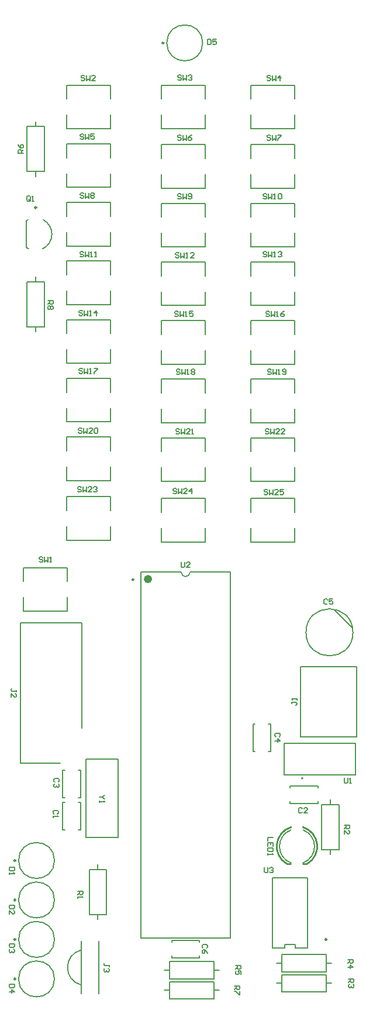
<source format=gto>
G04*
G04 #@! TF.GenerationSoftware,Altium Limited,Altium Designer,24.7.2 (38)*
G04*
G04 Layer_Color=65535*
%FSLAX25Y25*%
%MOIN*%
G70*
G04*
G04 #@! TF.SameCoordinates,CC8A6A43-B504-4C59-8E3F-8C83A17D3AF1*
G04*
G04*
G04 #@! TF.FilePolarity,Positive*
G04*
G01*
G75*
%ADD10C,0.00787*%
%ADD11C,0.00984*%
%ADD12C,0.02362*%
%ADD13C,0.00500*%
%ADD14C,0.00591*%
%ADD15C,0.00600*%
%ADD16C,0.01000*%
%ADD17C,0.00700*%
D10*
X101000Y247331D02*
G03*
X106000Y247331I2500J0D01*
G01*
X13671Y448177D02*
G03*
X12744Y447614I4329J-8177D01*
G01*
Y432386D02*
G03*
X14087Y431616I5256J7614D01*
G01*
X21914Y431617D02*
G03*
X22331Y448176I-3914J8383D01*
G01*
X170354Y129858D02*
G03*
X170354Y129858I-394J0D01*
G01*
X78106Y38669D02*
Y247331D01*
X128894Y38669D02*
Y247331D01*
X78106D02*
X101000D01*
X106000D02*
X128894D01*
X78106Y38669D02*
X128894D01*
X95626Y27382D02*
X111374D01*
X95626Y36339D02*
Y37618D01*
Y27382D02*
Y28661D01*
Y37618D02*
X111374D01*
Y36339D02*
Y37618D01*
Y27382D02*
Y28661D01*
X119795Y9000D02*
X122650D01*
X91350D02*
X94205D01*
Y4079D02*
Y13921D01*
Y4079D02*
X119795D01*
Y13921D01*
X94205D02*
X119795D01*
X91350Y20500D02*
X94205D01*
X119795D02*
X122650D01*
X119795Y15579D02*
Y25421D01*
X94205D02*
X119795D01*
X94205Y15579D02*
Y25421D01*
Y15579D02*
X119795D01*
X173063Y33000D02*
Y73000D01*
X152937D02*
X173063D01*
X152937Y33000D02*
Y73000D01*
Y33000D02*
X160125D01*
Y34969D01*
X165875D01*
Y33000D02*
Y34969D01*
Y33000D02*
X173063D01*
X158205Y19579D02*
X183795D01*
X158205D02*
Y29421D01*
X183795D01*
Y19579D02*
Y29421D01*
Y24500D02*
X186650D01*
X155350D02*
X158205D01*
X89742Y281527D02*
Y289402D01*
Y264598D02*
Y272472D01*
Y264598D02*
X114546D01*
Y281527D02*
Y289402D01*
Y264598D02*
Y272472D01*
X89742Y289402D02*
X114546D01*
X155350Y13000D02*
X158205D01*
X183795D02*
X186650D01*
X183795Y8079D02*
Y17921D01*
X158205D02*
X183795D01*
X158205Y8079D02*
Y17921D01*
Y8079D02*
X183795D01*
X89742Y323902D02*
X114546D01*
Y299098D02*
Y306973D01*
Y316028D02*
Y323902D01*
X89742Y299098D02*
X114546D01*
X89742D02*
Y306973D01*
Y316028D02*
Y323902D01*
Y357318D02*
X114546D01*
Y332515D02*
Y340389D01*
Y349444D02*
Y357318D01*
X89742Y332515D02*
X114546D01*
X89742D02*
Y340389D01*
Y349444D02*
Y357318D01*
Y390735D02*
X114546D01*
Y365932D02*
Y373806D01*
Y382861D02*
Y390735D01*
X89742Y365932D02*
X114546D01*
X89742D02*
Y373806D01*
Y382861D02*
Y390735D01*
X35756Y333015D02*
X60559D01*
X35756Y349944D02*
Y357818D01*
Y333015D02*
Y340889D01*
Y357818D02*
X60559D01*
Y349944D02*
Y357818D01*
Y333015D02*
Y340889D01*
X188443Y225687D02*
X198187Y215943D01*
X12744Y432386D02*
Y447614D01*
X22921Y387205D02*
Y412795D01*
X13079Y387205D02*
X22921D01*
X13079D02*
Y412795D01*
X22921D01*
X18000D02*
Y415650D01*
Y384350D02*
Y387205D01*
X9500Y138500D02*
X32000D01*
X9500D02*
Y218500D01*
X44500D01*
Y158500D02*
Y218500D01*
X181079Y89205D02*
Y114795D01*
X190921D01*
Y89205D02*
Y114795D01*
X181079Y89205D02*
X190921D01*
X186000Y86351D02*
Y89205D01*
Y114795D02*
Y117650D01*
X58421Y52205D02*
Y77795D01*
X48579Y52205D02*
X58421D01*
X48579D02*
Y77795D01*
X58421D01*
X53500D02*
Y80650D01*
Y49351D02*
Y52205D01*
X13079Y475705D02*
Y501295D01*
X22921D01*
Y475705D02*
Y501295D01*
X13079Y475705D02*
X22921D01*
X18000Y472850D02*
Y475705D01*
Y501295D02*
Y504149D01*
X60559Y466682D02*
Y474556D01*
Y483611D02*
Y491485D01*
X35756D02*
X60559D01*
X35756Y466682D02*
Y474556D01*
Y483611D02*
Y491485D01*
Y466682D02*
X60559D01*
X89742Y449694D02*
Y457568D01*
Y432765D02*
Y440639D01*
Y432765D02*
X114546D01*
Y449694D02*
Y457568D01*
Y432765D02*
Y440639D01*
X89742Y457568D02*
X114546D01*
X60559Y399849D02*
Y407723D01*
Y416778D02*
Y424652D01*
X35756D02*
X60559D01*
X35756Y399849D02*
Y407723D01*
Y416778D02*
Y424652D01*
Y399849D02*
X60559D01*
X89742Y483111D02*
Y490985D01*
Y466182D02*
Y474056D01*
Y466182D02*
X114545D01*
Y483111D02*
Y490985D01*
Y466182D02*
Y474056D01*
X89742Y490985D02*
X114545D01*
X60559Y433265D02*
Y441139D01*
Y450194D02*
Y458068D01*
X35756D02*
X60559D01*
X35756Y433265D02*
Y441139D01*
Y450194D02*
Y458068D01*
Y433265D02*
X60559D01*
X140835Y382861D02*
Y390735D01*
Y365932D02*
Y373806D01*
Y365932D02*
X165638D01*
Y382861D02*
Y390735D01*
Y365932D02*
Y373806D01*
X140835Y390735D02*
X165638D01*
X140835Y449694D02*
Y457568D01*
Y432765D02*
Y440639D01*
Y432765D02*
X165638D01*
Y449694D02*
Y457568D01*
Y432765D02*
Y440639D01*
X140835Y457568D02*
X165638D01*
X140835Y517028D02*
Y524902D01*
Y500099D02*
Y507972D01*
Y500099D02*
X165638D01*
Y517028D02*
Y524902D01*
Y500099D02*
Y507972D01*
X140835Y524902D02*
X165638D01*
X140835Y483111D02*
Y490985D01*
Y466182D02*
Y474056D01*
Y466182D02*
X165638D01*
Y483111D02*
Y490985D01*
Y466182D02*
Y474056D01*
X140835Y490985D02*
X165638D01*
X140835Y416278D02*
Y424152D01*
Y399348D02*
Y407222D01*
Y399348D02*
X165638D01*
Y416278D02*
Y424152D01*
Y399348D02*
Y407222D01*
X140835Y424152D02*
X165638D01*
X60559Y500099D02*
Y507972D01*
Y517028D02*
Y524902D01*
X35756D02*
X60559D01*
X35756Y500099D02*
Y507972D01*
Y517028D02*
Y524902D01*
Y500099D02*
X60559D01*
X89742Y416278D02*
Y424152D01*
Y399348D02*
Y407222D01*
Y399348D02*
X114546D01*
Y416278D02*
Y424152D01*
Y399348D02*
Y407222D01*
X89742Y424152D02*
X114546D01*
X60559Y299599D02*
Y307472D01*
Y316528D02*
Y324402D01*
X35756D02*
X60559D01*
X35756Y299599D02*
Y307472D01*
Y316528D02*
Y324402D01*
Y299599D02*
X60559D01*
X89742Y517028D02*
Y524902D01*
Y500099D02*
Y507972D01*
Y500099D02*
X114546D01*
Y517028D02*
Y524902D01*
Y500099D02*
Y507972D01*
X89742Y524902D02*
X114546D01*
X60559Y366432D02*
Y374306D01*
Y383361D02*
Y391235D01*
X35756D02*
X60559D01*
X35756Y366432D02*
Y374306D01*
Y383361D02*
Y391235D01*
Y366432D02*
X60559D01*
X140835Y316028D02*
Y323902D01*
Y299098D02*
Y306973D01*
Y299098D02*
X165638D01*
Y316028D02*
Y323902D01*
Y299098D02*
Y306973D01*
X140835Y323902D02*
X165638D01*
X140835Y357318D02*
X165638D01*
Y332515D02*
Y340389D01*
Y349444D02*
Y357318D01*
X140835Y332515D02*
X165638D01*
X140835D02*
Y340389D01*
Y349444D02*
Y357318D01*
Y289402D02*
X165638D01*
Y264598D02*
Y272472D01*
Y281527D02*
Y289402D01*
X140835Y264598D02*
X165638D01*
X140835D02*
Y272472D01*
Y281527D02*
Y289402D01*
X35756Y265599D02*
X60559D01*
X35756Y282527D02*
Y290402D01*
Y265599D02*
Y273472D01*
Y290402D02*
X60559D01*
Y282527D02*
Y290402D01*
Y265599D02*
Y273472D01*
X169056Y153500D02*
Y193500D01*
X200945Y153500D02*
Y193500D01*
X169056Y153500D02*
X200945D01*
X169056Y193500D02*
X200945D01*
X11098Y242028D02*
Y249902D01*
Y225098D02*
Y232973D01*
Y225098D02*
X35901D01*
Y242028D02*
Y249902D01*
Y225098D02*
Y232973D01*
X11098Y249902D02*
X35901D01*
X33382Y118760D02*
X34661D01*
X42338D02*
X43618D01*
Y134508D01*
X33382D02*
X34661D01*
X42338D02*
X43618D01*
X33382Y118760D02*
Y134508D01*
X65153Y96264D02*
Y140949D01*
X46847Y96264D02*
X65153D01*
X46847D02*
Y140949D01*
X65153D01*
X141882Y145205D02*
X143161D01*
X150838D02*
X152118D01*
Y160953D01*
X141882D02*
X143161D01*
X150838D02*
X152118D01*
X141882Y145205D02*
Y160953D01*
X163126Y115382D02*
X178874D01*
X163126Y124339D02*
Y125618D01*
Y115382D02*
Y116662D01*
Y125618D02*
X178874D01*
Y124339D02*
Y125618D01*
Y115382D02*
Y116662D01*
X43618Y100326D02*
Y116074D01*
X33382Y100326D02*
X34661D01*
X42338D02*
X43618D01*
X33382D02*
Y116074D01*
X34661D01*
X42338D02*
X43618D01*
D11*
X73992Y243118D02*
G03*
X73992Y243118I-492J0D01*
G01*
X184012Y38000D02*
G03*
X184012Y38000I-492J0D01*
G01*
X6591Y83000D02*
G03*
X6591Y83000I-492J0D01*
G01*
Y60500D02*
G03*
X6591Y60500I-492J0D01*
G01*
Y38000D02*
G03*
X6591Y38000I-492J0D01*
G01*
Y15500D02*
G03*
X6591Y15500I-492J0D01*
G01*
X18492Y455158D02*
G03*
X18492Y455158I-492J0D01*
G01*
X91091Y549000D02*
G03*
X91091Y549000I-492J0D01*
G01*
D12*
X83224Y243394D02*
G03*
X83224Y243394I-1181J0D01*
G01*
D13*
X44006Y32002D02*
G03*
X44006Y11998I2494J-10002D01*
G01*
X44000Y32000D02*
Y37000D01*
Y7000D02*
Y12000D01*
X54000Y7000D02*
Y37000D01*
X44000Y12000D02*
Y32000D01*
X159528Y131650D02*
X200472D01*
Y149760D01*
X159528D02*
X200472D01*
X159528Y131650D02*
Y149760D01*
D14*
X198906Y213020D02*
G03*
X198906Y213020I-13386J0D01*
G01*
X28736Y83000D02*
G03*
X28736Y83000I-10236J0D01*
G01*
Y60500D02*
G03*
X28736Y60500I-10236J0D01*
G01*
Y38000D02*
G03*
X28736Y38000I-10236J0D01*
G01*
Y15500D02*
G03*
X28736Y15500I-10236J0D01*
G01*
X113236Y549000D02*
G03*
X113236Y549000I-10236J0D01*
G01*
D15*
X163581Y100393D02*
G03*
X163581Y81607I3419J-9393D01*
G01*
X170419D02*
G03*
X170419Y100393I-3419J9393D01*
G01*
D16*
X172756Y81032D02*
G03*
X170366Y102007I-5755J9968D01*
G01*
X163634Y102011D02*
G03*
X161244Y81029I3366J-11011D01*
G01*
X170500Y81000D02*
X172700D01*
X161300D02*
X163500D01*
D17*
X101001Y252999D02*
Y250500D01*
X101501Y250001D01*
X102500D01*
X103000Y250500D01*
Y252999D01*
X105999Y250001D02*
X104000D01*
X105999Y252000D01*
Y252500D01*
X105499Y252999D01*
X104500D01*
X104000Y252500D01*
X115500Y33000D02*
X115999Y33500D01*
Y34499D01*
X115500Y34999D01*
X113500D01*
X113001Y34499D01*
Y33500D01*
X113500Y33000D01*
X115999Y30001D02*
X115500Y31001D01*
X114500Y32000D01*
X113500D01*
X113001Y31500D01*
Y30501D01*
X113500Y30001D01*
X114000D01*
X114500Y30501D01*
Y32000D01*
X131500Y11499D02*
X134500D01*
Y10000D01*
X134000Y9500D01*
X133000D01*
X132500Y10000D01*
Y11499D01*
Y10499D02*
X131500Y9500D01*
X134500Y8500D02*
Y6501D01*
X134000D01*
X132000Y8500D01*
X131500D01*
X132001Y22999D02*
X135000D01*
Y21500D01*
X134500Y21000D01*
X133500D01*
X133000Y21500D01*
Y22999D01*
Y22000D02*
X132001Y21000D01*
X135000Y18001D02*
Y20000D01*
X133500D01*
X134000Y19001D01*
Y18501D01*
X133500Y18001D01*
X132500D01*
X132001Y18501D01*
Y19500D01*
X132500Y20000D01*
X184500Y231500D02*
X184000Y231999D01*
X183001D01*
X182501Y231500D01*
Y229500D01*
X183001Y229000D01*
X184000D01*
X184500Y229500D01*
X187499Y231999D02*
X185500D01*
Y230500D01*
X186500Y231000D01*
X186999D01*
X187499Y230500D01*
Y229500D01*
X186999Y229000D01*
X186000D01*
X185500Y229500D01*
X46001Y530000D02*
X45501Y530500D01*
X44501D01*
X44001Y530000D01*
Y529500D01*
X44501Y529000D01*
X45501D01*
X46001Y528500D01*
Y528000D01*
X45501Y527500D01*
X44501D01*
X44001Y528000D01*
X47000Y530500D02*
Y527500D01*
X48000Y528500D01*
X49000Y527500D01*
Y530500D01*
X51999Y527500D02*
X49999D01*
X51999Y529500D01*
Y530000D01*
X51499Y530500D01*
X50499D01*
X49999Y530000D01*
X60000Y22500D02*
Y23499D01*
Y23000D01*
X57500D01*
X57000Y23499D01*
Y23999D01*
X57500Y24499D01*
X59500Y21500D02*
X60000Y21000D01*
Y20001D01*
X59500Y19501D01*
X59000D01*
X58500Y20001D01*
Y20501D01*
Y20001D01*
X58000Y19501D01*
X57500D01*
X57000Y20001D01*
Y21000D01*
X57500Y21500D01*
X194000Y102999D02*
X197000D01*
Y101500D01*
X196500Y101000D01*
X195500D01*
X195000Y101500D01*
Y102999D01*
Y101999D02*
X194000Y101000D01*
Y98001D02*
Y100000D01*
X196000Y98001D01*
X196500D01*
X197000Y98501D01*
Y99500D01*
X196500Y100000D01*
X153499Y95998D02*
X150501D01*
Y93999D01*
X153499Y91000D02*
Y92999D01*
X150501D01*
Y91000D01*
X152000Y92999D02*
Y92000D01*
X153499Y90000D02*
X150501D01*
Y88501D01*
X151000Y88001D01*
X153000D01*
X153499Y88501D01*
Y90000D01*
X150501Y87001D02*
Y86002D01*
Y86501D01*
X153499D01*
X153000Y87001D01*
X150238Y294000D02*
X149738Y294499D01*
X148738D01*
X148238Y294000D01*
Y293500D01*
X148738Y293000D01*
X149738D01*
X150238Y292500D01*
Y292000D01*
X149738Y291500D01*
X148738D01*
X148238Y292000D01*
X151237Y294499D02*
Y291500D01*
X152237Y292500D01*
X153237Y291500D01*
Y294499D01*
X156236Y291500D02*
X154236D01*
X156236Y293500D01*
Y294000D01*
X155736Y294499D01*
X154736D01*
X154236Y294000D01*
X159235Y294499D02*
X157235D01*
Y293000D01*
X158235Y293500D01*
X158735D01*
X159235Y293000D01*
Y292000D01*
X158735Y291500D01*
X157735D01*
X157235Y292000D01*
X98501Y294500D02*
X98001Y295000D01*
X97002D01*
X96502Y294500D01*
Y294000D01*
X97002Y293500D01*
X98001D01*
X98501Y293000D01*
Y292500D01*
X98001Y292001D01*
X97002D01*
X96502Y292500D01*
X99501Y295000D02*
Y292001D01*
X100501Y293000D01*
X101500Y292001D01*
Y295000D01*
X104499Y292001D02*
X102500D01*
X104499Y294000D01*
Y294500D01*
X103999Y295000D01*
X103000D01*
X102500Y294500D01*
X106998Y292001D02*
Y295000D01*
X105499Y293500D01*
X107498D01*
X44001Y295500D02*
X43501Y296000D01*
X42502D01*
X42002Y295500D01*
Y295000D01*
X42502Y294500D01*
X43501D01*
X44001Y294000D01*
Y293500D01*
X43501Y293001D01*
X42502D01*
X42002Y293500D01*
X45001Y296000D02*
Y293001D01*
X46000Y294000D01*
X47000Y293001D01*
Y296000D01*
X49999Y293001D02*
X48000D01*
X49999Y295000D01*
Y295500D01*
X49499Y296000D01*
X48500D01*
X48000Y295500D01*
X50999D02*
X51499Y296000D01*
X52498D01*
X52998Y295500D01*
Y295000D01*
X52498Y294500D01*
X51999D01*
X52498D01*
X52998Y294000D01*
Y293500D01*
X52498Y293001D01*
X51499D01*
X50999Y293500D01*
X57499Y119999D02*
X57000D01*
X56000Y119000D01*
X57000Y118000D01*
X57499D01*
X56000Y119000D02*
X54501D01*
Y117000D02*
Y116001D01*
Y116500D01*
X57499D01*
X57000Y117000D01*
X148501Y79000D02*
Y76500D01*
X149001Y76000D01*
X150000D01*
X150500Y76500D01*
Y79000D01*
X151500Y78500D02*
X152000Y79000D01*
X152999D01*
X153499Y78500D01*
Y78000D01*
X152999Y77500D01*
X152499D01*
X152999D01*
X153499Y77000D01*
Y76500D01*
X152999Y76000D01*
X152000D01*
X151500Y76500D01*
X196001Y26499D02*
X199000D01*
Y25000D01*
X198500Y24500D01*
X197500D01*
X197000Y25000D01*
Y26499D01*
Y25499D02*
X196001Y24500D01*
Y22001D02*
X199000D01*
X197500Y23500D01*
Y21501D01*
X196501Y15499D02*
X199499D01*
Y14000D01*
X199000Y13500D01*
X198000D01*
X197500Y14000D01*
Y15499D01*
Y14500D02*
X196501Y13500D01*
X199000Y12500D02*
X199499Y12000D01*
Y11001D01*
X199000Y10501D01*
X198500D01*
X198000Y11001D01*
Y11501D01*
Y11001D01*
X197500Y10501D01*
X197000D01*
X196501Y11001D01*
Y12000D01*
X197000Y12500D01*
X25001Y401999D02*
X27999D01*
Y400500D01*
X27500Y400000D01*
X26500D01*
X26000Y400500D01*
Y401999D01*
Y400999D02*
X25001Y400000D01*
X27500Y399000D02*
X27999Y398500D01*
Y397501D01*
X27500Y397001D01*
X27000D01*
X26500Y397501D01*
X26000Y397001D01*
X25500D01*
X25001Y397501D01*
Y398500D01*
X25500Y399000D01*
X26000D01*
X26500Y398500D01*
X27000Y399000D01*
X27500D01*
X26500Y398500D02*
Y397501D01*
X42000Y65499D02*
X45000D01*
Y64000D01*
X44500Y63500D01*
X43500D01*
X43000Y64000D01*
Y65499D01*
Y64500D02*
X42000Y63500D01*
Y62500D02*
Y61501D01*
Y62001D01*
X45000D01*
X44500Y62500D01*
X14936Y459300D02*
Y461299D01*
X14436Y461799D01*
X13436D01*
X12936Y461299D01*
Y459300D01*
X13436Y458800D01*
X14436D01*
X13936Y459800D02*
X14936Y458800D01*
X14436D02*
X14936Y459300D01*
X15936Y458800D02*
X16935D01*
X16435D01*
Y461799D01*
X15936Y461299D01*
X7000Y179000D02*
Y179999D01*
Y179500D01*
X4500D01*
X4000Y179999D01*
Y180499D01*
X4500Y180999D01*
X4000Y176001D02*
Y178000D01*
X6000Y176001D01*
X6500D01*
X7000Y176501D01*
Y177500D01*
X6500Y178000D01*
X116001Y550999D02*
Y548000D01*
X117500D01*
X118000Y548500D01*
Y550500D01*
X117500Y550999D01*
X116001D01*
X120999D02*
X119000D01*
Y549500D01*
X120000Y550000D01*
X120499D01*
X120999Y549500D01*
Y548500D01*
X120499Y548000D01*
X119500D01*
X119000Y548500D01*
X11000Y486001D02*
X8000D01*
Y487500D01*
X8500Y488000D01*
X9500D01*
X10000Y487500D01*
Y486001D01*
Y487001D02*
X11000Y488000D01*
X8000Y490999D02*
X8500Y489999D01*
X9500Y489000D01*
X10500D01*
X11000Y489500D01*
Y490499D01*
X10500Y490999D01*
X10000D01*
X9500Y490499D01*
Y489000D01*
X5999Y12499D02*
X3001D01*
Y11000D01*
X3500Y10500D01*
X5500D01*
X5999Y11000D01*
Y12499D01*
X3001Y8001D02*
X5999D01*
X4500Y9500D01*
Y7501D01*
X5999Y35499D02*
X3001D01*
Y34000D01*
X3500Y33500D01*
X5500D01*
X5999Y34000D01*
Y35499D01*
X5500Y32500D02*
X5999Y32000D01*
Y31001D01*
X5500Y30501D01*
X5000D01*
X4500Y31001D01*
Y31501D01*
Y31001D01*
X4000Y30501D01*
X3500D01*
X3001Y31001D01*
Y32000D01*
X3500Y32500D01*
X5999Y57499D02*
X3001D01*
Y56000D01*
X3500Y55500D01*
X5500D01*
X5999Y56000D01*
Y57499D01*
X3001Y52501D02*
Y54500D01*
X5000Y52501D01*
X5500D01*
X5999Y53001D01*
Y54000D01*
X5500Y54500D01*
X5999Y78999D02*
X3001D01*
Y77500D01*
X3500Y77000D01*
X5500D01*
X5999Y77500D01*
Y78999D01*
X3001Y76000D02*
Y75001D01*
Y75501D01*
X5999D01*
X5500Y76000D01*
X194001Y129999D02*
Y127500D01*
X194501Y127000D01*
X195500D01*
X196000Y127500D01*
Y129999D01*
X197000Y127000D02*
X197999D01*
X197500D01*
Y129999D01*
X197000Y129500D01*
X157000Y153500D02*
X157500Y154000D01*
Y154999D01*
X157000Y155499D01*
X155000D01*
X154500Y154999D01*
Y154000D01*
X155000Y153500D01*
X154500Y151001D02*
X157500D01*
X156000Y152500D01*
Y150501D01*
X44501Y329000D02*
X44001Y329500D01*
X43002D01*
X42502Y329000D01*
Y328500D01*
X43002Y328000D01*
X44001D01*
X44501Y327500D01*
Y327000D01*
X44001Y326501D01*
X43002D01*
X42502Y327000D01*
X45501Y329500D02*
Y326501D01*
X46501Y327500D01*
X47500Y326501D01*
Y329500D01*
X50499Y326501D02*
X48500D01*
X50499Y328500D01*
Y329000D01*
X49999Y329500D01*
X49000D01*
X48500Y329000D01*
X51499D02*
X51999Y329500D01*
X52998D01*
X53498Y329000D01*
Y327000D01*
X52998Y326501D01*
X51999D01*
X51499Y327000D01*
Y329000D01*
X101145Y530157D02*
X100645Y530657D01*
X99645D01*
X99145Y530157D01*
Y529657D01*
X99645Y529157D01*
X100645D01*
X101145Y528658D01*
Y528158D01*
X100645Y527658D01*
X99645D01*
X99145Y528158D01*
X102144Y530657D02*
Y527658D01*
X103144Y528658D01*
X104144Y527658D01*
Y530657D01*
X105143Y530157D02*
X105643Y530657D01*
X106643D01*
X107143Y530157D01*
Y529657D01*
X106643Y529157D01*
X106143D01*
X106643D01*
X107143Y528658D01*
Y528158D01*
X106643Y527658D01*
X105643D01*
X105143Y528158D01*
X152251Y362500D02*
X151751Y363000D01*
X150751D01*
X150252Y362500D01*
Y362000D01*
X150751Y361500D01*
X151751D01*
X152251Y361000D01*
Y360500D01*
X151751Y360000D01*
X150751D01*
X150252Y360500D01*
X153251Y363000D02*
Y360000D01*
X154250Y361000D01*
X155250Y360000D01*
Y363000D01*
X156250Y360000D02*
X157249D01*
X156750D01*
Y363000D01*
X156250Y362500D01*
X158749Y360500D02*
X159249Y360000D01*
X160248D01*
X160748Y360500D01*
Y362500D01*
X160248Y363000D01*
X159249D01*
X158749Y362500D01*
Y362000D01*
X159249Y361500D01*
X160748D01*
X100251Y362500D02*
X99751Y363000D01*
X98751D01*
X98252Y362500D01*
Y362000D01*
X98751Y361500D01*
X99751D01*
X100251Y361000D01*
Y360500D01*
X99751Y360000D01*
X98751D01*
X98252Y360500D01*
X101251Y363000D02*
Y360000D01*
X102250Y361000D01*
X103250Y360000D01*
Y363000D01*
X104250Y360000D02*
X105249D01*
X104750D01*
Y363000D01*
X104250Y362500D01*
X106749D02*
X107249Y363000D01*
X108248D01*
X108748Y362500D01*
Y362000D01*
X108248Y361500D01*
X108748Y361000D01*
Y360500D01*
X108248Y360000D01*
X107249D01*
X106749Y360500D01*
Y361000D01*
X107249Y361500D01*
X106749Y362000D01*
Y362500D01*
X107249Y361500D02*
X108248D01*
X100001Y328500D02*
X99501Y328999D01*
X98501D01*
X98002Y328500D01*
Y328000D01*
X98501Y327500D01*
X99501D01*
X100001Y327000D01*
Y326500D01*
X99501Y326000D01*
X98501D01*
X98002Y326500D01*
X101001Y328999D02*
Y326000D01*
X102000Y327000D01*
X103000Y326000D01*
Y328999D01*
X105999Y326000D02*
X104000D01*
X105999Y328000D01*
Y328500D01*
X105499Y328999D01*
X104499D01*
X104000Y328500D01*
X106999Y326000D02*
X107998D01*
X107499D01*
Y328999D01*
X106999Y328500D01*
X152001Y530000D02*
X151501Y530500D01*
X150501D01*
X150001Y530000D01*
Y529500D01*
X150501Y529000D01*
X151501D01*
X152001Y528500D01*
Y528000D01*
X151501Y527500D01*
X150501D01*
X150001Y528000D01*
X153000Y530500D02*
Y527500D01*
X154000Y528500D01*
X155000Y527500D01*
Y530500D01*
X157499Y527500D02*
Y530500D01*
X155999Y529000D01*
X157999D01*
X44751Y363000D02*
X44251Y363499D01*
X43251D01*
X42752Y363000D01*
Y362500D01*
X43251Y362000D01*
X44251D01*
X44751Y361500D01*
Y361000D01*
X44251Y360501D01*
X43251D01*
X42752Y361000D01*
X45751Y363499D02*
Y360501D01*
X46750Y361500D01*
X47750Y360501D01*
Y363499D01*
X48750Y360501D02*
X49749D01*
X49250D01*
Y363499D01*
X48750Y363000D01*
X51249Y363499D02*
X53248D01*
Y363000D01*
X51249Y361000D01*
Y360501D01*
X151001Y328500D02*
X150501Y328999D01*
X149502D01*
X149002Y328500D01*
Y328000D01*
X149502Y327500D01*
X150501D01*
X151001Y327000D01*
Y326500D01*
X150501Y326000D01*
X149502D01*
X149002Y326500D01*
X152001Y328999D02*
Y326000D01*
X153000Y327000D01*
X154000Y326000D01*
Y328999D01*
X156999Y326000D02*
X155000D01*
X156999Y328000D01*
Y328500D01*
X156499Y328999D01*
X155500D01*
X155000Y328500D01*
X159998Y326000D02*
X157999D01*
X159998Y328000D01*
Y328500D01*
X159498Y328999D01*
X158499D01*
X157999Y328500D01*
X151251Y395500D02*
X150751Y396000D01*
X149751D01*
X149252Y395500D01*
Y395000D01*
X149751Y394500D01*
X150751D01*
X151251Y394000D01*
Y393500D01*
X150751Y393001D01*
X149751D01*
X149252Y393500D01*
X152251Y396000D02*
Y393001D01*
X153250Y394000D01*
X154250Y393001D01*
Y396000D01*
X155250Y393001D02*
X156249D01*
X155750D01*
Y396000D01*
X155250Y395500D01*
X159748Y396000D02*
X158749Y395500D01*
X157749Y394500D01*
Y393500D01*
X158249Y393001D01*
X159248D01*
X159748Y393500D01*
Y394000D01*
X159248Y394500D01*
X157749D01*
X44751Y396000D02*
X44251Y396499D01*
X43251D01*
X42752Y396000D01*
Y395500D01*
X43251Y395000D01*
X44251D01*
X44751Y394500D01*
Y394000D01*
X44251Y393500D01*
X43251D01*
X42752Y394000D01*
X45751Y396499D02*
Y393500D01*
X46750Y394500D01*
X47750Y393500D01*
Y396499D01*
X48750Y393500D02*
X49749D01*
X49250D01*
Y396499D01*
X48750Y396000D01*
X52749Y393500D02*
Y396499D01*
X51249Y395000D01*
X53248D01*
X149751Y429500D02*
X149251Y430000D01*
X148251D01*
X147752Y429500D01*
Y429000D01*
X148251Y428500D01*
X149251D01*
X149751Y428000D01*
Y427500D01*
X149251Y427001D01*
X148251D01*
X147752Y427500D01*
X150751Y430000D02*
Y427001D01*
X151750Y428000D01*
X152750Y427001D01*
Y430000D01*
X153750Y427001D02*
X154749D01*
X154250D01*
Y430000D01*
X153750Y429500D01*
X156249D02*
X156749Y430000D01*
X157748D01*
X158248Y429500D01*
Y429000D01*
X157748Y428500D01*
X157249D01*
X157748D01*
X158248Y428000D01*
Y427500D01*
X157748Y427001D01*
X156749D01*
X156249Y427500D01*
X99751Y429000D02*
X99251Y429499D01*
X98251D01*
X97752Y429000D01*
Y428500D01*
X98251Y428000D01*
X99251D01*
X99751Y427500D01*
Y427000D01*
X99251Y426501D01*
X98251D01*
X97752Y427000D01*
X100751Y429499D02*
Y426501D01*
X101750Y427500D01*
X102750Y426501D01*
Y429499D01*
X103750Y426501D02*
X104749D01*
X104250D01*
Y429499D01*
X103750Y429000D01*
X108248Y426501D02*
X106249D01*
X108248Y428500D01*
Y429000D01*
X107748Y429499D01*
X106749D01*
X106249Y429000D01*
X45251Y429500D02*
X44751Y429999D01*
X43751D01*
X43251Y429500D01*
Y429000D01*
X43751Y428500D01*
X44751D01*
X45251Y428000D01*
Y427500D01*
X44751Y427001D01*
X43751D01*
X43251Y427500D01*
X46251Y429999D02*
Y427001D01*
X47250Y428000D01*
X48250Y427001D01*
Y429999D01*
X49250Y427001D02*
X50249D01*
X49749D01*
Y429999D01*
X49250Y429500D01*
X51749Y427001D02*
X52749D01*
X52249D01*
Y429999D01*
X51749Y429500D01*
X149751Y462500D02*
X149251Y463000D01*
X148251D01*
X147752Y462500D01*
Y462000D01*
X148251Y461500D01*
X149251D01*
X149751Y461000D01*
Y460500D01*
X149251Y460001D01*
X148251D01*
X147752Y460500D01*
X150751Y463000D02*
Y460001D01*
X151750Y461000D01*
X152750Y460001D01*
Y463000D01*
X153750Y460001D02*
X154749D01*
X154250D01*
Y463000D01*
X153750Y462500D01*
X156249D02*
X156749Y463000D01*
X157748D01*
X158248Y462500D01*
Y460500D01*
X157748Y460001D01*
X156749D01*
X156249Y460500D01*
Y462500D01*
X101001Y462500D02*
X100501Y462999D01*
X99501D01*
X99001Y462500D01*
Y462000D01*
X99501Y461500D01*
X100501D01*
X101001Y461000D01*
Y460500D01*
X100501Y460001D01*
X99501D01*
X99001Y460500D01*
X102000Y462999D02*
Y460001D01*
X103000Y461000D01*
X104000Y460001D01*
Y462999D01*
X104999Y460500D02*
X105499Y460001D01*
X106499D01*
X106999Y460500D01*
Y462500D01*
X106499Y462999D01*
X105499D01*
X104999Y462500D01*
Y462000D01*
X105499Y461500D01*
X106999D01*
X45501Y463000D02*
X45001Y463499D01*
X44001D01*
X43501Y463000D01*
Y462500D01*
X44001Y462000D01*
X45001D01*
X45501Y461500D01*
Y461000D01*
X45001Y460500D01*
X44001D01*
X43501Y461000D01*
X46500Y463499D02*
Y460500D01*
X47500Y461500D01*
X48500Y460500D01*
Y463499D01*
X49499Y463000D02*
X49999Y463499D01*
X50999D01*
X51499Y463000D01*
Y462500D01*
X50999Y462000D01*
X51499Y461500D01*
Y461000D01*
X50999Y460500D01*
X49999D01*
X49499Y461000D01*
Y461500D01*
X49999Y462000D01*
X49499Y462500D01*
Y463000D01*
X49999Y462000D02*
X50999D01*
X152001Y496000D02*
X151501Y496499D01*
X150501D01*
X150001Y496000D01*
Y495500D01*
X150501Y495000D01*
X151501D01*
X152001Y494500D01*
Y494000D01*
X151501Y493501D01*
X150501D01*
X150001Y494000D01*
X153000Y496499D02*
Y493501D01*
X154000Y494500D01*
X155000Y493501D01*
Y496499D01*
X155999D02*
X157999D01*
Y496000D01*
X155999Y494000D01*
Y493501D01*
X101001Y496000D02*
X100501Y496499D01*
X99501D01*
X99001Y496000D01*
Y495500D01*
X99501Y495000D01*
X100501D01*
X101001Y494500D01*
Y494000D01*
X100501Y493501D01*
X99501D01*
X99001Y494000D01*
X102000Y496499D02*
Y493501D01*
X103000Y494500D01*
X104000Y493501D01*
Y496499D01*
X106999D02*
X105999Y496000D01*
X104999Y495000D01*
Y494000D01*
X105499Y493501D01*
X106499D01*
X106999Y494000D01*
Y494500D01*
X106499Y495000D01*
X104999D01*
X45501Y496500D02*
X45001Y497000D01*
X44001D01*
X43501Y496500D01*
Y496000D01*
X44001Y495500D01*
X45001D01*
X45501Y495000D01*
Y494500D01*
X45001Y494000D01*
X44001D01*
X43501Y494500D01*
X46500Y497000D02*
Y494000D01*
X47500Y495000D01*
X48500Y494000D01*
Y497000D01*
X51499D02*
X49499D01*
Y495500D01*
X50499Y496000D01*
X50999D01*
X51499Y495500D01*
Y494500D01*
X50999Y494000D01*
X49999D01*
X49499Y494500D01*
X99251Y395500D02*
X98751Y396000D01*
X97751D01*
X97252Y395500D01*
Y395000D01*
X97751Y394500D01*
X98751D01*
X99251Y394000D01*
Y393500D01*
X98751Y393001D01*
X97751D01*
X97252Y393500D01*
X100251Y396000D02*
Y393001D01*
X101250Y394000D01*
X102250Y393001D01*
Y396000D01*
X103250Y393001D02*
X104249D01*
X103750D01*
Y396000D01*
X103250Y395500D01*
X107748Y396000D02*
X105749D01*
Y394500D01*
X106749Y395000D01*
X107248D01*
X107748Y394500D01*
Y393500D01*
X107248Y393001D01*
X106249D01*
X105749Y393500D01*
X22158Y255500D02*
X21658Y255999D01*
X20658D01*
X20158Y255500D01*
Y255000D01*
X20658Y254500D01*
X21658D01*
X22158Y254000D01*
Y253500D01*
X21658Y253000D01*
X20658D01*
X20158Y253500D01*
X23158Y255999D02*
Y253000D01*
X24157Y254000D01*
X25157Y253000D01*
Y255999D01*
X26157Y253000D02*
X27156D01*
X26656D01*
Y255999D01*
X26157Y255500D01*
X170000Y112500D02*
X169500Y112999D01*
X168501D01*
X168001Y112500D01*
Y110500D01*
X168501Y110001D01*
X169500D01*
X170000Y110500D01*
X172999Y110001D02*
X171000D01*
X172999Y112000D01*
Y112500D01*
X172499Y112999D01*
X171500D01*
X171000Y112500D01*
X31000Y127634D02*
X31499Y128134D01*
Y129133D01*
X31000Y129633D01*
X29000D01*
X28501Y129133D01*
Y128134D01*
X29000Y127634D01*
X31000Y126634D02*
X31499Y126134D01*
Y125135D01*
X31000Y124635D01*
X30500D01*
X30000Y125135D01*
Y125634D01*
Y125135D01*
X29500Y124635D01*
X29000D01*
X28501Y125135D01*
Y126134D01*
X29000Y126634D01*
X30500Y109500D02*
X30999Y110000D01*
Y111000D01*
X30500Y111499D01*
X28500D01*
X28001Y111000D01*
Y110000D01*
X28500Y109500D01*
X28001Y108500D02*
Y107501D01*
Y108001D01*
X30999D01*
X30500Y108500D01*
X164000Y173500D02*
Y172500D01*
Y173000D01*
X166500D01*
X166999Y172500D01*
Y172001D01*
X166500Y171501D01*
X166999Y174500D02*
Y175499D01*
Y174999D01*
X164000D01*
X164500Y174500D01*
M02*

</source>
